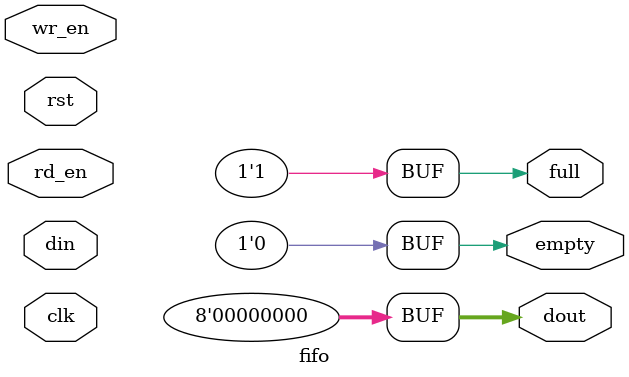
<source format=v>
module fifo #(
    parameter WIDTH = 8,
    parameter DEPTH = 32,
    parameter POINTER_WIDTH = $clog2(DEPTH)
) (
    input clk, rst,

    // Write side
    input wr_en,
    input [WIDTH-1:0] din,
    output full,

    // Read side
    input rd_en,
    output [WIDTH-1:0] dout,
    output empty
);
    assign full = 1'b1;
    assign empty = 1'b0;
    assign dout = 0;
endmodule

</source>
